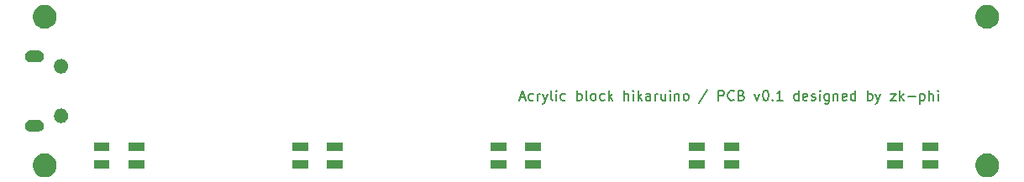
<source format=gts>
G04 #@! TF.GenerationSoftware,KiCad,Pcbnew,(5.0.1-3-g963ef8bb5)*
G04 #@! TF.CreationDate,2019-09-07T00:25:15+09:00*
G04 #@! TF.ProjectId,switch42,73776974636834322E6B696361645F70,rev?*
G04 #@! TF.SameCoordinates,Original*
G04 #@! TF.FileFunction,Soldermask,Top*
G04 #@! TF.FilePolarity,Negative*
%FSLAX46Y46*%
G04 Gerber Fmt 4.6, Leading zero omitted, Abs format (unit mm)*
G04 Created by KiCad (PCBNEW (5.0.1-3-g963ef8bb5)) date 2019 September 07, Saturday 00:25:15*
%MOMM*%
%LPD*%
G01*
G04 APERTURE LIST*
%ADD10C,0.200000*%
%ADD11C,0.100000*%
G04 APERTURE END LIST*
D10*
X111161561Y-55243666D02*
X111637752Y-55243666D01*
X111066323Y-55529380D02*
X111399657Y-54529380D01*
X111732990Y-55529380D01*
X112494895Y-55481761D02*
X112399657Y-55529380D01*
X112209180Y-55529380D01*
X112113942Y-55481761D01*
X112066323Y-55434142D01*
X112018704Y-55338904D01*
X112018704Y-55053190D01*
X112066323Y-54957952D01*
X112113942Y-54910333D01*
X112209180Y-54862714D01*
X112399657Y-54862714D01*
X112494895Y-54910333D01*
X112923466Y-55529380D02*
X112923466Y-54862714D01*
X112923466Y-55053190D02*
X112971085Y-54957952D01*
X113018704Y-54910333D01*
X113113942Y-54862714D01*
X113209180Y-54862714D01*
X113447276Y-54862714D02*
X113685371Y-55529380D01*
X113923466Y-54862714D02*
X113685371Y-55529380D01*
X113590133Y-55767476D01*
X113542514Y-55815095D01*
X113447276Y-55862714D01*
X114447276Y-55529380D02*
X114352038Y-55481761D01*
X114304419Y-55386523D01*
X114304419Y-54529380D01*
X114828228Y-55529380D02*
X114828228Y-54862714D01*
X114828228Y-54529380D02*
X114780609Y-54577000D01*
X114828228Y-54624619D01*
X114875847Y-54577000D01*
X114828228Y-54529380D01*
X114828228Y-54624619D01*
X115732990Y-55481761D02*
X115637752Y-55529380D01*
X115447276Y-55529380D01*
X115352038Y-55481761D01*
X115304419Y-55434142D01*
X115256800Y-55338904D01*
X115256800Y-55053190D01*
X115304419Y-54957952D01*
X115352038Y-54910333D01*
X115447276Y-54862714D01*
X115637752Y-54862714D01*
X115732990Y-54910333D01*
X116923466Y-55529380D02*
X116923466Y-54529380D01*
X116923466Y-54910333D02*
X117018704Y-54862714D01*
X117209180Y-54862714D01*
X117304419Y-54910333D01*
X117352038Y-54957952D01*
X117399657Y-55053190D01*
X117399657Y-55338904D01*
X117352038Y-55434142D01*
X117304419Y-55481761D01*
X117209180Y-55529380D01*
X117018704Y-55529380D01*
X116923466Y-55481761D01*
X117971085Y-55529380D02*
X117875847Y-55481761D01*
X117828228Y-55386523D01*
X117828228Y-54529380D01*
X118494895Y-55529380D02*
X118399657Y-55481761D01*
X118352038Y-55434142D01*
X118304419Y-55338904D01*
X118304419Y-55053190D01*
X118352038Y-54957952D01*
X118399657Y-54910333D01*
X118494895Y-54862714D01*
X118637752Y-54862714D01*
X118732990Y-54910333D01*
X118780609Y-54957952D01*
X118828228Y-55053190D01*
X118828228Y-55338904D01*
X118780609Y-55434142D01*
X118732990Y-55481761D01*
X118637752Y-55529380D01*
X118494895Y-55529380D01*
X119685371Y-55481761D02*
X119590133Y-55529380D01*
X119399657Y-55529380D01*
X119304419Y-55481761D01*
X119256800Y-55434142D01*
X119209180Y-55338904D01*
X119209180Y-55053190D01*
X119256800Y-54957952D01*
X119304419Y-54910333D01*
X119399657Y-54862714D01*
X119590133Y-54862714D01*
X119685371Y-54910333D01*
X120113942Y-55529380D02*
X120113942Y-54529380D01*
X120209180Y-55148428D02*
X120494895Y-55529380D01*
X120494895Y-54862714D02*
X120113942Y-55243666D01*
X121685371Y-55529380D02*
X121685371Y-54529380D01*
X122113942Y-55529380D02*
X122113942Y-55005571D01*
X122066323Y-54910333D01*
X121971085Y-54862714D01*
X121828228Y-54862714D01*
X121732990Y-54910333D01*
X121685371Y-54957952D01*
X122590133Y-55529380D02*
X122590133Y-54862714D01*
X122590133Y-54529380D02*
X122542514Y-54577000D01*
X122590133Y-54624619D01*
X122637752Y-54577000D01*
X122590133Y-54529380D01*
X122590133Y-54624619D01*
X123066323Y-55529380D02*
X123066323Y-54529380D01*
X123161561Y-55148428D02*
X123447276Y-55529380D01*
X123447276Y-54862714D02*
X123066323Y-55243666D01*
X124304419Y-55529380D02*
X124304419Y-55005571D01*
X124256800Y-54910333D01*
X124161561Y-54862714D01*
X123971085Y-54862714D01*
X123875847Y-54910333D01*
X124304419Y-55481761D02*
X124209180Y-55529380D01*
X123971085Y-55529380D01*
X123875847Y-55481761D01*
X123828228Y-55386523D01*
X123828228Y-55291285D01*
X123875847Y-55196047D01*
X123971085Y-55148428D01*
X124209180Y-55148428D01*
X124304419Y-55100809D01*
X124780609Y-55529380D02*
X124780609Y-54862714D01*
X124780609Y-55053190D02*
X124828228Y-54957952D01*
X124875847Y-54910333D01*
X124971085Y-54862714D01*
X125066323Y-54862714D01*
X125828228Y-54862714D02*
X125828228Y-55529380D01*
X125399657Y-54862714D02*
X125399657Y-55386523D01*
X125447276Y-55481761D01*
X125542514Y-55529380D01*
X125685371Y-55529380D01*
X125780609Y-55481761D01*
X125828228Y-55434142D01*
X126304419Y-55529380D02*
X126304419Y-54862714D01*
X126304419Y-54529380D02*
X126256800Y-54577000D01*
X126304419Y-54624619D01*
X126352038Y-54577000D01*
X126304419Y-54529380D01*
X126304419Y-54624619D01*
X126780609Y-54862714D02*
X126780609Y-55529380D01*
X126780609Y-54957952D02*
X126828228Y-54910333D01*
X126923466Y-54862714D01*
X127066323Y-54862714D01*
X127161561Y-54910333D01*
X127209180Y-55005571D01*
X127209180Y-55529380D01*
X127828228Y-55529380D02*
X127732990Y-55481761D01*
X127685371Y-55434142D01*
X127637752Y-55338904D01*
X127637752Y-55053190D01*
X127685371Y-54957952D01*
X127732990Y-54910333D01*
X127828228Y-54862714D01*
X127971085Y-54862714D01*
X128066323Y-54910333D01*
X128113942Y-54957952D01*
X128161561Y-55053190D01*
X128161561Y-55338904D01*
X128113942Y-55434142D01*
X128066323Y-55481761D01*
X127971085Y-55529380D01*
X127828228Y-55529380D01*
X130066323Y-54481761D02*
X129209180Y-55767476D01*
X131161561Y-55529380D02*
X131161561Y-54529380D01*
X131542514Y-54529380D01*
X131637752Y-54577000D01*
X131685371Y-54624619D01*
X131732990Y-54719857D01*
X131732990Y-54862714D01*
X131685371Y-54957952D01*
X131637752Y-55005571D01*
X131542514Y-55053190D01*
X131161561Y-55053190D01*
X132732990Y-55434142D02*
X132685371Y-55481761D01*
X132542514Y-55529380D01*
X132447276Y-55529380D01*
X132304419Y-55481761D01*
X132209180Y-55386523D01*
X132161561Y-55291285D01*
X132113942Y-55100809D01*
X132113942Y-54957952D01*
X132161561Y-54767476D01*
X132209180Y-54672238D01*
X132304419Y-54577000D01*
X132447276Y-54529380D01*
X132542514Y-54529380D01*
X132685371Y-54577000D01*
X132732990Y-54624619D01*
X133494895Y-55005571D02*
X133637752Y-55053190D01*
X133685371Y-55100809D01*
X133732990Y-55196047D01*
X133732990Y-55338904D01*
X133685371Y-55434142D01*
X133637752Y-55481761D01*
X133542514Y-55529380D01*
X133161561Y-55529380D01*
X133161561Y-54529380D01*
X133494895Y-54529380D01*
X133590133Y-54577000D01*
X133637752Y-54624619D01*
X133685371Y-54719857D01*
X133685371Y-54815095D01*
X133637752Y-54910333D01*
X133590133Y-54957952D01*
X133494895Y-55005571D01*
X133161561Y-55005571D01*
X134828228Y-54862714D02*
X135066323Y-55529380D01*
X135304419Y-54862714D01*
X135875847Y-54529380D02*
X135971085Y-54529380D01*
X136066323Y-54577000D01*
X136113942Y-54624619D01*
X136161561Y-54719857D01*
X136209180Y-54910333D01*
X136209180Y-55148428D01*
X136161561Y-55338904D01*
X136113942Y-55434142D01*
X136066323Y-55481761D01*
X135971085Y-55529380D01*
X135875847Y-55529380D01*
X135780609Y-55481761D01*
X135732990Y-55434142D01*
X135685371Y-55338904D01*
X135637752Y-55148428D01*
X135637752Y-54910333D01*
X135685371Y-54719857D01*
X135732990Y-54624619D01*
X135780609Y-54577000D01*
X135875847Y-54529380D01*
X136637752Y-55434142D02*
X136685371Y-55481761D01*
X136637752Y-55529380D01*
X136590133Y-55481761D01*
X136637752Y-55434142D01*
X136637752Y-55529380D01*
X137637752Y-55529380D02*
X137066323Y-55529380D01*
X137352038Y-55529380D02*
X137352038Y-54529380D01*
X137256800Y-54672238D01*
X137161561Y-54767476D01*
X137066323Y-54815095D01*
X139256800Y-55529380D02*
X139256800Y-54529380D01*
X139256800Y-55481761D02*
X139161561Y-55529380D01*
X138971085Y-55529380D01*
X138875847Y-55481761D01*
X138828228Y-55434142D01*
X138780609Y-55338904D01*
X138780609Y-55053190D01*
X138828228Y-54957952D01*
X138875847Y-54910333D01*
X138971085Y-54862714D01*
X139161561Y-54862714D01*
X139256800Y-54910333D01*
X140113942Y-55481761D02*
X140018704Y-55529380D01*
X139828228Y-55529380D01*
X139732990Y-55481761D01*
X139685371Y-55386523D01*
X139685371Y-55005571D01*
X139732990Y-54910333D01*
X139828228Y-54862714D01*
X140018704Y-54862714D01*
X140113942Y-54910333D01*
X140161561Y-55005571D01*
X140161561Y-55100809D01*
X139685371Y-55196047D01*
X140542514Y-55481761D02*
X140637752Y-55529380D01*
X140828228Y-55529380D01*
X140923466Y-55481761D01*
X140971085Y-55386523D01*
X140971085Y-55338904D01*
X140923466Y-55243666D01*
X140828228Y-55196047D01*
X140685371Y-55196047D01*
X140590133Y-55148428D01*
X140542514Y-55053190D01*
X140542514Y-55005571D01*
X140590133Y-54910333D01*
X140685371Y-54862714D01*
X140828228Y-54862714D01*
X140923466Y-54910333D01*
X141399657Y-55529380D02*
X141399657Y-54862714D01*
X141399657Y-54529380D02*
X141352038Y-54577000D01*
X141399657Y-54624619D01*
X141447276Y-54577000D01*
X141399657Y-54529380D01*
X141399657Y-54624619D01*
X142304419Y-54862714D02*
X142304419Y-55672238D01*
X142256800Y-55767476D01*
X142209180Y-55815095D01*
X142113942Y-55862714D01*
X141971085Y-55862714D01*
X141875847Y-55815095D01*
X142304419Y-55481761D02*
X142209180Y-55529380D01*
X142018704Y-55529380D01*
X141923466Y-55481761D01*
X141875847Y-55434142D01*
X141828228Y-55338904D01*
X141828228Y-55053190D01*
X141875847Y-54957952D01*
X141923466Y-54910333D01*
X142018704Y-54862714D01*
X142209180Y-54862714D01*
X142304419Y-54910333D01*
X142780609Y-54862714D02*
X142780609Y-55529380D01*
X142780609Y-54957952D02*
X142828228Y-54910333D01*
X142923466Y-54862714D01*
X143066323Y-54862714D01*
X143161561Y-54910333D01*
X143209180Y-55005571D01*
X143209180Y-55529380D01*
X144066323Y-55481761D02*
X143971085Y-55529380D01*
X143780609Y-55529380D01*
X143685371Y-55481761D01*
X143637752Y-55386523D01*
X143637752Y-55005571D01*
X143685371Y-54910333D01*
X143780609Y-54862714D01*
X143971085Y-54862714D01*
X144066323Y-54910333D01*
X144113942Y-55005571D01*
X144113942Y-55100809D01*
X143637752Y-55196047D01*
X144971085Y-55529380D02*
X144971085Y-54529380D01*
X144971085Y-55481761D02*
X144875847Y-55529380D01*
X144685371Y-55529380D01*
X144590133Y-55481761D01*
X144542514Y-55434142D01*
X144494895Y-55338904D01*
X144494895Y-55053190D01*
X144542514Y-54957952D01*
X144590133Y-54910333D01*
X144685371Y-54862714D01*
X144875847Y-54862714D01*
X144971085Y-54910333D01*
X146209180Y-55529380D02*
X146209180Y-54529380D01*
X146209180Y-54910333D02*
X146304419Y-54862714D01*
X146494895Y-54862714D01*
X146590133Y-54910333D01*
X146637752Y-54957952D01*
X146685371Y-55053190D01*
X146685371Y-55338904D01*
X146637752Y-55434142D01*
X146590133Y-55481761D01*
X146494895Y-55529380D01*
X146304419Y-55529380D01*
X146209180Y-55481761D01*
X147018704Y-54862714D02*
X147256800Y-55529380D01*
X147494895Y-54862714D02*
X147256800Y-55529380D01*
X147161561Y-55767476D01*
X147113942Y-55815095D01*
X147018704Y-55862714D01*
X148542514Y-54862714D02*
X149066323Y-54862714D01*
X148542514Y-55529380D01*
X149066323Y-55529380D01*
X149447276Y-55529380D02*
X149447276Y-54529380D01*
X149542514Y-55148428D02*
X149828228Y-55529380D01*
X149828228Y-54862714D02*
X149447276Y-55243666D01*
X150256800Y-55148428D02*
X151018704Y-55148428D01*
X151494895Y-54862714D02*
X151494895Y-55862714D01*
X151494895Y-54910333D02*
X151590133Y-54862714D01*
X151780609Y-54862714D01*
X151875847Y-54910333D01*
X151923466Y-54957952D01*
X151971085Y-55053190D01*
X151971085Y-55338904D01*
X151923466Y-55434142D01*
X151875847Y-55481761D01*
X151780609Y-55529380D01*
X151590133Y-55529380D01*
X151494895Y-55481761D01*
X152399657Y-55529380D02*
X152399657Y-54529380D01*
X152828228Y-55529380D02*
X152828228Y-55005571D01*
X152780609Y-54910333D01*
X152685371Y-54862714D01*
X152542514Y-54862714D01*
X152447276Y-54910333D01*
X152399657Y-54957952D01*
X153304419Y-55529380D02*
X153304419Y-54862714D01*
X153304419Y-54529380D02*
X153256800Y-54577000D01*
X153304419Y-54624619D01*
X153352038Y-54577000D01*
X153304419Y-54529380D01*
X153304419Y-54624619D01*
D11*
G36*
X158606826Y-60923115D02*
X158825212Y-61013573D01*
X159021758Y-61144901D01*
X159188899Y-61312042D01*
X159320227Y-61508588D01*
X159410685Y-61726974D01*
X159456800Y-61958809D01*
X159456800Y-62195191D01*
X159410685Y-62427026D01*
X159320227Y-62645412D01*
X159188899Y-62841958D01*
X159021758Y-63009099D01*
X158825212Y-63140427D01*
X158606826Y-63230885D01*
X158374991Y-63277000D01*
X158138609Y-63277000D01*
X157906774Y-63230885D01*
X157688388Y-63140427D01*
X157491842Y-63009099D01*
X157324701Y-62841958D01*
X157193373Y-62645412D01*
X157102915Y-62427026D01*
X157056800Y-62195191D01*
X157056800Y-61958809D01*
X157102915Y-61726974D01*
X157193373Y-61508588D01*
X157324701Y-61312042D01*
X157491842Y-61144901D01*
X157688388Y-61013573D01*
X157906774Y-60923115D01*
X158138609Y-60877000D01*
X158374991Y-60877000D01*
X158606826Y-60923115D01*
X158606826Y-60923115D01*
G37*
G36*
X63606826Y-60923115D02*
X63825212Y-61013573D01*
X64021758Y-61144901D01*
X64188899Y-61312042D01*
X64320227Y-61508588D01*
X64410685Y-61726974D01*
X64456800Y-61958809D01*
X64456800Y-62195191D01*
X64410685Y-62427026D01*
X64320227Y-62645412D01*
X64188899Y-62841958D01*
X64021758Y-63009099D01*
X63825212Y-63140427D01*
X63606826Y-63230885D01*
X63374991Y-63277000D01*
X63138609Y-63277000D01*
X62906774Y-63230885D01*
X62688388Y-63140427D01*
X62491842Y-63009099D01*
X62324701Y-62841958D01*
X62193373Y-62645412D01*
X62102915Y-62427026D01*
X62056800Y-62195191D01*
X62056800Y-61958809D01*
X62102915Y-61726974D01*
X62193373Y-61508588D01*
X62324701Y-61312042D01*
X62491842Y-61144901D01*
X62688388Y-61013573D01*
X62906774Y-60923115D01*
X63138609Y-60877000D01*
X63374991Y-60877000D01*
X63606826Y-60923115D01*
X63606826Y-60923115D01*
G37*
G36*
X133306800Y-62377000D02*
X131706800Y-62377000D01*
X131706800Y-61527000D01*
X133306800Y-61527000D01*
X133306800Y-62377000D01*
X133306800Y-62377000D01*
G37*
G36*
X129806800Y-62377000D02*
X128206800Y-62377000D01*
X128206800Y-61527000D01*
X129806800Y-61527000D01*
X129806800Y-62377000D01*
X129806800Y-62377000D01*
G37*
G36*
X113306800Y-62377000D02*
X111706800Y-62377000D01*
X111706800Y-61527000D01*
X113306800Y-61527000D01*
X113306800Y-62377000D01*
X113306800Y-62377000D01*
G37*
G36*
X109806800Y-62377000D02*
X108206800Y-62377000D01*
X108206800Y-61527000D01*
X109806800Y-61527000D01*
X109806800Y-62377000D01*
X109806800Y-62377000D01*
G37*
G36*
X93306800Y-62377000D02*
X91706800Y-62377000D01*
X91706800Y-61527000D01*
X93306800Y-61527000D01*
X93306800Y-62377000D01*
X93306800Y-62377000D01*
G37*
G36*
X89806800Y-62377000D02*
X88206800Y-62377000D01*
X88206800Y-61527000D01*
X89806800Y-61527000D01*
X89806800Y-62377000D01*
X89806800Y-62377000D01*
G37*
G36*
X73306800Y-62377000D02*
X71706800Y-62377000D01*
X71706800Y-61527000D01*
X73306800Y-61527000D01*
X73306800Y-62377000D01*
X73306800Y-62377000D01*
G37*
G36*
X69806800Y-62377000D02*
X68206800Y-62377000D01*
X68206800Y-61527000D01*
X69806800Y-61527000D01*
X69806800Y-62377000D01*
X69806800Y-62377000D01*
G37*
G36*
X149806800Y-62377000D02*
X148206800Y-62377000D01*
X148206800Y-61527000D01*
X149806800Y-61527000D01*
X149806800Y-62377000D01*
X149806800Y-62377000D01*
G37*
G36*
X153306800Y-62377000D02*
X151706800Y-62377000D01*
X151706800Y-61527000D01*
X153306800Y-61527000D01*
X153306800Y-62377000D01*
X153306800Y-62377000D01*
G37*
G36*
X69806800Y-60627000D02*
X68206800Y-60627000D01*
X68206800Y-59777000D01*
X69806800Y-59777000D01*
X69806800Y-60627000D01*
X69806800Y-60627000D01*
G37*
G36*
X73306800Y-60627000D02*
X71706800Y-60627000D01*
X71706800Y-59777000D01*
X73306800Y-59777000D01*
X73306800Y-60627000D01*
X73306800Y-60627000D01*
G37*
G36*
X149806800Y-60627000D02*
X148206800Y-60627000D01*
X148206800Y-59777000D01*
X149806800Y-59777000D01*
X149806800Y-60627000D01*
X149806800Y-60627000D01*
G37*
G36*
X129806800Y-60627000D02*
X128206800Y-60627000D01*
X128206800Y-59777000D01*
X129806800Y-59777000D01*
X129806800Y-60627000D01*
X129806800Y-60627000D01*
G37*
G36*
X89806800Y-60627000D02*
X88206800Y-60627000D01*
X88206800Y-59777000D01*
X89806800Y-59777000D01*
X89806800Y-60627000D01*
X89806800Y-60627000D01*
G37*
G36*
X93306800Y-60627000D02*
X91706800Y-60627000D01*
X91706800Y-59777000D01*
X93306800Y-59777000D01*
X93306800Y-60627000D01*
X93306800Y-60627000D01*
G37*
G36*
X133306800Y-60627000D02*
X131706800Y-60627000D01*
X131706800Y-59777000D01*
X133306800Y-59777000D01*
X133306800Y-60627000D01*
X133306800Y-60627000D01*
G37*
G36*
X109806800Y-60627000D02*
X108206800Y-60627000D01*
X108206800Y-59777000D01*
X109806800Y-59777000D01*
X109806800Y-60627000D01*
X109806800Y-60627000D01*
G37*
G36*
X113306800Y-60627000D02*
X111706800Y-60627000D01*
X111706800Y-59777000D01*
X113306800Y-59777000D01*
X113306800Y-60627000D01*
X113306800Y-60627000D01*
G37*
G36*
X153306800Y-60627000D02*
X151706800Y-60627000D01*
X151706800Y-59777000D01*
X153306800Y-59777000D01*
X153306800Y-60627000D01*
X153306800Y-60627000D01*
G37*
G36*
X62686921Y-57485682D02*
X62800021Y-57519990D01*
X62904255Y-57575704D01*
X62995617Y-57650683D01*
X63070596Y-57742045D01*
X63126310Y-57846279D01*
X63160618Y-57959379D01*
X63172203Y-58077000D01*
X63160618Y-58194621D01*
X63126310Y-58307721D01*
X63070596Y-58411955D01*
X62995617Y-58503317D01*
X62904255Y-58578296D01*
X62800021Y-58634010D01*
X62686921Y-58668318D01*
X62598774Y-58677000D01*
X61839826Y-58677000D01*
X61751679Y-58668318D01*
X61638579Y-58634010D01*
X61534345Y-58578296D01*
X61442983Y-58503317D01*
X61368004Y-58411955D01*
X61312290Y-58307721D01*
X61277982Y-58194621D01*
X61266397Y-58077000D01*
X61277982Y-57959379D01*
X61312290Y-57846279D01*
X61368004Y-57742045D01*
X61442983Y-57650683D01*
X61534345Y-57575704D01*
X61638579Y-57519990D01*
X61751679Y-57485682D01*
X61839826Y-57477000D01*
X62598774Y-57477000D01*
X62686921Y-57485682D01*
X62686921Y-57485682D01*
G37*
G36*
X65046734Y-56363144D02*
X65130775Y-56379861D01*
X65262716Y-56434513D01*
X65262717Y-56434514D01*
X65381464Y-56513858D01*
X65482442Y-56614836D01*
X65482444Y-56614839D01*
X65561787Y-56733584D01*
X65616439Y-56865525D01*
X65644300Y-57005594D01*
X65644300Y-57148406D01*
X65616439Y-57288475D01*
X65561787Y-57420416D01*
X65495254Y-57519990D01*
X65482442Y-57539164D01*
X65381464Y-57640142D01*
X65381461Y-57640144D01*
X65262716Y-57719487D01*
X65130775Y-57774139D01*
X65046734Y-57790856D01*
X64990708Y-57802000D01*
X64847892Y-57802000D01*
X64791866Y-57790856D01*
X64707825Y-57774139D01*
X64575884Y-57719487D01*
X64457139Y-57640144D01*
X64457136Y-57640142D01*
X64356158Y-57539164D01*
X64343346Y-57519990D01*
X64276813Y-57420416D01*
X64222161Y-57288475D01*
X64194300Y-57148406D01*
X64194300Y-57005594D01*
X64222161Y-56865525D01*
X64276813Y-56733584D01*
X64356156Y-56614839D01*
X64356158Y-56614836D01*
X64457136Y-56513858D01*
X64575883Y-56434514D01*
X64575884Y-56434513D01*
X64707825Y-56379861D01*
X64791866Y-56363144D01*
X64847892Y-56352000D01*
X64990708Y-56352000D01*
X65046734Y-56363144D01*
X65046734Y-56363144D01*
G37*
G36*
X65046734Y-51363144D02*
X65130775Y-51379861D01*
X65262716Y-51434513D01*
X65262717Y-51434514D01*
X65381464Y-51513858D01*
X65482442Y-51614836D01*
X65482444Y-51614839D01*
X65561787Y-51733584D01*
X65616439Y-51865525D01*
X65644300Y-52005594D01*
X65644300Y-52148406D01*
X65616439Y-52288475D01*
X65561787Y-52420416D01*
X65561786Y-52420417D01*
X65482442Y-52539164D01*
X65381464Y-52640142D01*
X65381461Y-52640144D01*
X65262716Y-52719487D01*
X65130775Y-52774139D01*
X65046734Y-52790856D01*
X64990708Y-52802000D01*
X64847892Y-52802000D01*
X64791866Y-52790856D01*
X64707825Y-52774139D01*
X64575884Y-52719487D01*
X64457139Y-52640144D01*
X64457136Y-52640142D01*
X64356158Y-52539164D01*
X64276814Y-52420417D01*
X64276813Y-52420416D01*
X64222161Y-52288475D01*
X64194300Y-52148406D01*
X64194300Y-52005594D01*
X64222161Y-51865525D01*
X64276813Y-51733584D01*
X64356156Y-51614839D01*
X64356158Y-51614836D01*
X64457136Y-51513858D01*
X64575883Y-51434514D01*
X64575884Y-51434513D01*
X64707825Y-51379861D01*
X64791866Y-51363144D01*
X64847892Y-51352000D01*
X64990708Y-51352000D01*
X65046734Y-51363144D01*
X65046734Y-51363144D01*
G37*
G36*
X62686921Y-50485682D02*
X62800021Y-50519990D01*
X62904255Y-50575704D01*
X62995617Y-50650683D01*
X63070596Y-50742045D01*
X63126310Y-50846279D01*
X63160618Y-50959379D01*
X63172203Y-51077000D01*
X63160618Y-51194621D01*
X63126310Y-51307721D01*
X63070596Y-51411955D01*
X62995617Y-51503317D01*
X62904255Y-51578296D01*
X62800021Y-51634010D01*
X62686921Y-51668318D01*
X62598774Y-51677000D01*
X61839826Y-51677000D01*
X61751679Y-51668318D01*
X61638579Y-51634010D01*
X61534345Y-51578296D01*
X61442983Y-51503317D01*
X61368004Y-51411955D01*
X61312290Y-51307721D01*
X61277982Y-51194621D01*
X61266397Y-51077000D01*
X61277982Y-50959379D01*
X61312290Y-50846279D01*
X61368004Y-50742045D01*
X61442983Y-50650683D01*
X61534345Y-50575704D01*
X61638579Y-50519990D01*
X61751679Y-50485682D01*
X61839826Y-50477000D01*
X62598774Y-50477000D01*
X62686921Y-50485682D01*
X62686921Y-50485682D01*
G37*
G36*
X63606826Y-45923115D02*
X63825212Y-46013573D01*
X64021758Y-46144901D01*
X64188899Y-46312042D01*
X64320227Y-46508588D01*
X64410685Y-46726974D01*
X64456800Y-46958809D01*
X64456800Y-47195191D01*
X64410685Y-47427026D01*
X64320227Y-47645412D01*
X64188899Y-47841958D01*
X64021758Y-48009099D01*
X63825212Y-48140427D01*
X63606826Y-48230885D01*
X63374991Y-48277000D01*
X63138609Y-48277000D01*
X62906774Y-48230885D01*
X62688388Y-48140427D01*
X62491842Y-48009099D01*
X62324701Y-47841958D01*
X62193373Y-47645412D01*
X62102915Y-47427026D01*
X62056800Y-47195191D01*
X62056800Y-46958809D01*
X62102915Y-46726974D01*
X62193373Y-46508588D01*
X62324701Y-46312042D01*
X62491842Y-46144901D01*
X62688388Y-46013573D01*
X62906774Y-45923115D01*
X63138609Y-45877000D01*
X63374991Y-45877000D01*
X63606826Y-45923115D01*
X63606826Y-45923115D01*
G37*
G36*
X158606826Y-45923115D02*
X158825212Y-46013573D01*
X159021758Y-46144901D01*
X159188899Y-46312042D01*
X159320227Y-46508588D01*
X159410685Y-46726974D01*
X159456800Y-46958809D01*
X159456800Y-47195191D01*
X159410685Y-47427026D01*
X159320227Y-47645412D01*
X159188899Y-47841958D01*
X159021758Y-48009099D01*
X158825212Y-48140427D01*
X158606826Y-48230885D01*
X158374991Y-48277000D01*
X158138609Y-48277000D01*
X157906774Y-48230885D01*
X157688388Y-48140427D01*
X157491842Y-48009099D01*
X157324701Y-47841958D01*
X157193373Y-47645412D01*
X157102915Y-47427026D01*
X157056800Y-47195191D01*
X157056800Y-46958809D01*
X157102915Y-46726974D01*
X157193373Y-46508588D01*
X157324701Y-46312042D01*
X157491842Y-46144901D01*
X157688388Y-46013573D01*
X157906774Y-45923115D01*
X158138609Y-45877000D01*
X158374991Y-45877000D01*
X158606826Y-45923115D01*
X158606826Y-45923115D01*
G37*
M02*

</source>
